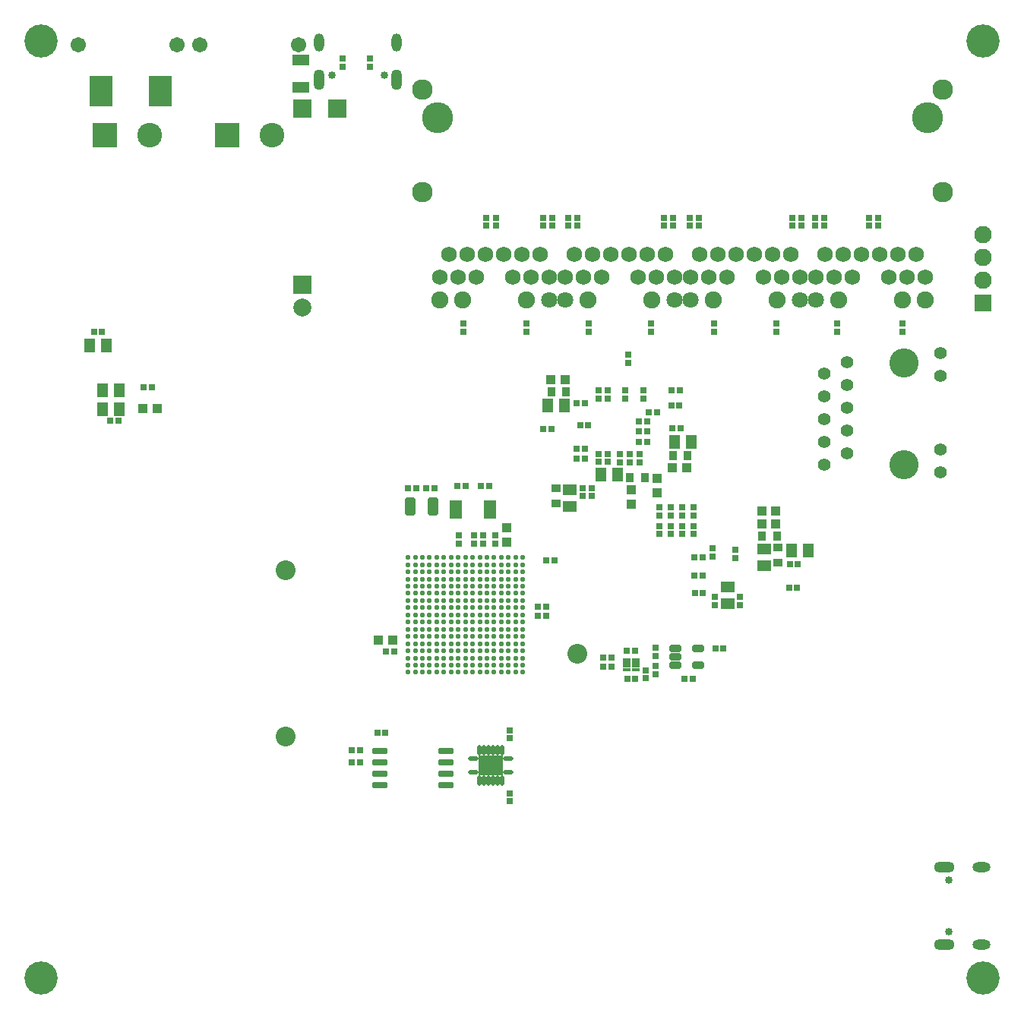
<source format=gbs>
G04*
G04 #@! TF.GenerationSoftware,Altium Limited,Altium Designer,21.6.4 (81)*
G04*
G04 Layer_Color=16711935*
%FSTAX24Y24*%
%MOIN*%
G70*
G04*
G04 #@! TF.SameCoordinates,CFC9D6D8-CD49-4BFF-A4EB-002DC6F40297*
G04*
G04*
G04 #@! TF.FilePolarity,Negative*
G04*
G01*
G75*
%ADD103R,0.0312X0.0312*%
%ADD107R,0.0395X0.0434*%
%ADD140R,0.0434X0.0395*%
%ADD157R,0.0611X0.0454*%
%ADD158R,0.1084X0.0887*%
G04:AMPARAMS|DCode=159|XSize=18.2mil|YSize=43.4mil|CornerRadius=5.3mil|HoleSize=0mil|Usage=FLASHONLY|Rotation=180.000|XOffset=0mil|YOffset=0mil|HoleType=Round|Shape=RoundedRectangle|*
%AMROUNDEDRECTD159*
21,1,0.0182,0.0329,0,0,180.0*
21,1,0.0077,0.0434,0,0,180.0*
1,1,0.0106,-0.0038,0.0164*
1,1,0.0106,0.0038,0.0164*
1,1,0.0106,0.0038,-0.0164*
1,1,0.0106,-0.0038,-0.0164*
%
%ADD159ROUNDEDRECTD159*%
G04:AMPARAMS|DCode=160|XSize=43.4mil|YSize=18.2mil|CornerRadius=5.3mil|HoleSize=0mil|Usage=FLASHONLY|Rotation=180.000|XOffset=0mil|YOffset=0mil|HoleType=Round|Shape=RoundedRectangle|*
%AMROUNDEDRECTD160*
21,1,0.0434,0.0077,0,0,180.0*
21,1,0.0329,0.0182,0,0,180.0*
1,1,0.0106,-0.0164,0.0038*
1,1,0.0106,0.0164,0.0038*
1,1,0.0106,0.0164,-0.0038*
1,1,0.0106,-0.0164,-0.0038*
%
%ADD160ROUNDEDRECTD160*%
%ADD161R,0.0312X0.0312*%
%ADD163R,0.0454X0.0611*%
%ADD164R,0.0749X0.0454*%
%ADD172R,0.0336X0.0395*%
%ADD174R,0.0395X0.0336*%
%ADD177C,0.0867*%
%ADD178O,0.0907X0.0493*%
%ADD179O,0.0789X0.0434*%
%ADD180C,0.0336*%
%ADD181C,0.1458*%
%ADD182C,0.0674*%
%ADD183R,0.1084X0.1084*%
%ADD184C,0.1084*%
%ADD185O,0.0493X0.0907*%
%ADD186O,0.0434X0.0789*%
%ADD187R,0.0789X0.0789*%
%ADD188C,0.0789*%
%ADD189C,0.0680*%
%ADD190C,0.0755*%
%ADD191C,0.0710*%
%ADD192C,0.0905*%
%ADD193C,0.1360*%
%ADD194C,0.0769*%
%ADD195R,0.0769X0.0769*%
%ADD196C,0.0550*%
%ADD197C,0.1280*%
%ADD254R,0.0543X0.0790*%
%ADD259C,0.0235*%
G04:AMPARAMS|DCode=260|XSize=76.9mil|YSize=45.4mil|CornerRadius=5mil|HoleSize=0mil|Usage=FLASHONLY|Rotation=90.000|XOffset=0mil|YOffset=0mil|HoleType=Round|Shape=RoundedRectangle|*
%AMROUNDEDRECTD260*
21,1,0.0769,0.0354,0,0,90.0*
21,1,0.0669,0.0454,0,0,90.0*
1,1,0.0099,0.0177,0.0335*
1,1,0.0099,0.0177,-0.0335*
1,1,0.0099,-0.0177,-0.0335*
1,1,0.0099,-0.0177,0.0335*
%
%ADD260ROUNDEDRECTD260*%
%ADD261R,0.1025X0.1379*%
%ADD262R,0.0847X0.0847*%
G04:AMPARAMS|DCode=263|XSize=27.6mil|YSize=65mil|CornerRadius=5.5mil|HoleSize=0mil|Usage=FLASHONLY|Rotation=90.000|XOffset=0mil|YOffset=0mil|HoleType=Round|Shape=RoundedRectangle|*
%AMROUNDEDRECTD263*
21,1,0.0276,0.0539,0,0,90.0*
21,1,0.0165,0.0650,0,0,90.0*
1,1,0.0110,0.0270,0.0083*
1,1,0.0110,0.0270,-0.0083*
1,1,0.0110,-0.0270,-0.0083*
1,1,0.0110,-0.0270,0.0083*
%
%ADD263ROUNDEDRECTD263*%
%ADD264R,0.0360X0.0155*%
%ADD265R,0.0383X0.0155*%
G04:AMPARAMS|DCode=266|XSize=31.6mil|YSize=51.3mil|CornerRadius=6.4mil|HoleSize=0mil|Usage=FLASHONLY|Rotation=270.000|XOffset=0mil|YOffset=0mil|HoleType=Round|Shape=RoundedRectangle|*
%AMROUNDEDRECTD266*
21,1,0.0316,0.0386,0,0,270.0*
21,1,0.0189,0.0513,0,0,270.0*
1,1,0.0127,-0.0193,-0.0094*
1,1,0.0127,-0.0193,0.0094*
1,1,0.0127,0.0193,0.0094*
1,1,0.0127,0.0193,-0.0094*
%
%ADD266ROUNDEDRECTD266*%
D103*
X016979Y035129D02*
D03*
X017333D02*
D03*
X016259Y039029D02*
D03*
X018793Y036609D02*
D03*
X027569Y020679D02*
D03*
X029046Y021429D02*
D03*
X04712Y027799D02*
D03*
X04297Y028349D02*
D03*
X042983Y027579D02*
D03*
X047143Y028849D02*
D03*
X04297Y029149D02*
D03*
X035973Y034781D02*
D03*
X041957Y036481D02*
D03*
X040183Y034211D02*
D03*
X040603Y035521D02*
D03*
X040186Y035101D02*
D03*
Y034681D02*
D03*
X037797Y033911D02*
D03*
X041954Y035821D02*
D03*
X0378Y035899D02*
D03*
X037943Y034949D02*
D03*
X042007Y034801D02*
D03*
X036473Y029009D02*
D03*
X036093Y026569D02*
D03*
X029069Y025009D02*
D03*
X036093Y026989D02*
D03*
X033239Y032269D02*
D03*
X032573Y032259D02*
D03*
X030846Y032189D02*
D03*
X030393Y032179D02*
D03*
X037797Y033481D02*
D03*
X038612Y024329D02*
D03*
X042169Y023809D02*
D03*
X018439Y036609D02*
D03*
X016613Y039029D02*
D03*
X042523Y023809D02*
D03*
X040016D02*
D03*
X039661D02*
D03*
X038966Y024329D02*
D03*
X039639Y025039D02*
D03*
X039993D02*
D03*
X038966Y024739D02*
D03*
X038612D02*
D03*
X043529Y025149D02*
D03*
X043883D02*
D03*
X037443Y033481D02*
D03*
X030039Y032179D02*
D03*
X0312Y032189D02*
D03*
X032219Y032259D02*
D03*
X033593Y032269D02*
D03*
X035739Y026989D02*
D03*
X029423Y025009D02*
D03*
X035739Y026569D02*
D03*
X036119Y029009D02*
D03*
X041653Y034801D02*
D03*
X037589Y034949D02*
D03*
X037446Y035899D02*
D03*
X0416Y035821D02*
D03*
X037443Y033911D02*
D03*
X04054Y034681D02*
D03*
Y035101D02*
D03*
X040957Y035521D02*
D03*
X040537Y034211D02*
D03*
X041603Y036481D02*
D03*
X036327Y034781D02*
D03*
X042616Y029149D02*
D03*
X046789Y028849D02*
D03*
X042629Y027579D02*
D03*
X042616Y028349D02*
D03*
X046766Y027799D02*
D03*
X027923Y020139D02*
D03*
X027569D02*
D03*
X028691Y021429D02*
D03*
X027923Y020679D02*
D03*
D107*
X046186Y031169D02*
D03*
X045556D02*
D03*
X018421Y035679D02*
D03*
X019051D02*
D03*
X028741Y025509D02*
D03*
X041641Y033079D02*
D03*
X036936Y036939D02*
D03*
X045556Y030599D02*
D03*
X046186D02*
D03*
X036306Y036939D02*
D03*
X042271Y033079D02*
D03*
X029371Y025509D02*
D03*
D140*
X034386Y030429D02*
D03*
X039826Y032109D02*
D03*
X040956Y031969D02*
D03*
Y032599D02*
D03*
X039826Y031479D02*
D03*
X034386Y029799D02*
D03*
D157*
X045666Y028775D02*
D03*
X044066Y027848D02*
D03*
X037146Y031375D02*
D03*
Y032103D02*
D03*
X044066Y02712D02*
D03*
X045666Y029503D02*
D03*
D158*
X033679Y020002D02*
D03*
D159*
X034171Y019339D02*
D03*
X033974D02*
D03*
X033777Y019339D02*
D03*
X033581Y019339D02*
D03*
X033384Y019339D02*
D03*
X033187D02*
D03*
X033187Y020666D02*
D03*
X033384Y020666D02*
D03*
X033581D02*
D03*
X033777Y020666D02*
D03*
X033974D02*
D03*
X034171D02*
D03*
D160*
X032917Y019707D02*
D03*
X032917Y020298D02*
D03*
X034441Y020298D02*
D03*
X034441Y019707D02*
D03*
D161*
X034496Y021202D02*
D03*
Y021556D02*
D03*
Y018789D02*
D03*
Y018435D02*
D03*
X040906Y025166D02*
D03*
Y024812D02*
D03*
X033336Y030096D02*
D03*
X033886D02*
D03*
X044616Y027403D02*
D03*
X043516D02*
D03*
X043416Y029172D02*
D03*
X044416Y029122D02*
D03*
X041082Y030159D02*
D03*
X041569D02*
D03*
X042556D02*
D03*
X042069D02*
D03*
X0402Y033678D02*
D03*
X038816Y036105D02*
D03*
X038406D02*
D03*
X03839Y033685D02*
D03*
X03977Y033678D02*
D03*
X040366Y036105D02*
D03*
X0397Y038028D02*
D03*
X0377Y031834D02*
D03*
X03881Y033685D02*
D03*
X03935Y033675D02*
D03*
X03812Y031837D02*
D03*
X039576Y036105D02*
D03*
X047316Y044046D02*
D03*
X046906D02*
D03*
X042816D02*
D03*
X042406D02*
D03*
X050266D02*
D03*
X050676D02*
D03*
X048316D02*
D03*
X047906D02*
D03*
X041676D02*
D03*
X041266D02*
D03*
X037466D02*
D03*
X037056D02*
D03*
X036366D02*
D03*
X035966D02*
D03*
X033476D02*
D03*
X033896D02*
D03*
X032266Y030096D02*
D03*
X028356Y051036D02*
D03*
X027176D02*
D03*
X040486Y023825D02*
D03*
Y024179D02*
D03*
X040906Y024366D02*
D03*
Y024012D02*
D03*
X032926Y030096D02*
D03*
Y029742D02*
D03*
X027176Y050682D02*
D03*
X028356D02*
D03*
X032266Y029742D02*
D03*
X032486Y039406D02*
D03*
Y039052D02*
D03*
X035236Y039406D02*
D03*
Y039052D02*
D03*
X033896Y043692D02*
D03*
X033476D02*
D03*
X035966D02*
D03*
X036366D02*
D03*
X037986Y039406D02*
D03*
Y039052D02*
D03*
X040706Y039406D02*
D03*
Y039052D02*
D03*
X037056Y043692D02*
D03*
X037466D02*
D03*
X041266D02*
D03*
X041676D02*
D03*
X051746Y039052D02*
D03*
Y039406D02*
D03*
X048886Y039406D02*
D03*
Y039052D02*
D03*
X047906Y043692D02*
D03*
X048316Y043692D02*
D03*
X050676D02*
D03*
X050266D02*
D03*
X046216Y039406D02*
D03*
Y039052D02*
D03*
X043456Y039406D02*
D03*
Y039052D02*
D03*
X042406Y043692D02*
D03*
X042816D02*
D03*
X046906D02*
D03*
X047316D02*
D03*
X039576Y036459D02*
D03*
X03812Y032191D02*
D03*
X03935Y033321D02*
D03*
X03881Y033331D02*
D03*
X0377Y032188D02*
D03*
X0397Y037674D02*
D03*
X040366Y036459D02*
D03*
X03977Y033324D02*
D03*
X03839Y033331D02*
D03*
X038406Y036459D02*
D03*
X038816D02*
D03*
X0402Y033324D02*
D03*
X042069Y030513D02*
D03*
Y030986D02*
D03*
Y031341D02*
D03*
X042556Y030986D02*
D03*
Y031341D02*
D03*
Y030513D02*
D03*
X041569D02*
D03*
X041082D02*
D03*
X041569Y030986D02*
D03*
Y031341D02*
D03*
X041082Y030986D02*
D03*
Y031341D02*
D03*
X044416Y029476D02*
D03*
X043416Y029526D02*
D03*
X043516Y027049D02*
D03*
X044616D02*
D03*
X033336Y029742D02*
D03*
X033886D02*
D03*
D163*
X04686Y029449D02*
D03*
X047588D02*
D03*
X042474Y034221D02*
D03*
X038506Y032761D02*
D03*
X036182Y035809D02*
D03*
X016646Y035639D02*
D03*
X017374D02*
D03*
X016642Y036489D02*
D03*
X01737D02*
D03*
X016067Y038439D02*
D03*
X016796D02*
D03*
X03691Y035809D02*
D03*
X039234Y032761D02*
D03*
X041746Y034221D02*
D03*
D164*
X025336Y05099D02*
D03*
Y049789D02*
D03*
D172*
X045586Y030069D02*
D03*
X046235D02*
D03*
X036336Y036419D02*
D03*
X036986Y036419D02*
D03*
X04043Y032641D02*
D03*
X03978D02*
D03*
X042315Y033611D02*
D03*
X041665D02*
D03*
D174*
X036536Y032174D02*
D03*
Y031524D02*
D03*
X046276Y029574D02*
D03*
Y028924D02*
D03*
D177*
X037466Y024919D02*
D03*
X024671Y028561D02*
D03*
Y021277D02*
D03*
D178*
X053558Y012143D02*
D03*
Y015544D02*
D03*
D179*
X055204Y012143D02*
D03*
Y015544D02*
D03*
D180*
X053755Y014981D02*
D03*
Y012706D02*
D03*
X028989Y050298D02*
D03*
X026714D02*
D03*
D181*
X055276Y010669D02*
D03*
X013937Y051811D02*
D03*
X055276D02*
D03*
X013937Y010669D02*
D03*
D182*
X015563Y051627D02*
D03*
X019894D02*
D03*
X025238D02*
D03*
X020908D02*
D03*
D183*
X016744Y04769D02*
D03*
X022089D02*
D03*
D184*
X018713D02*
D03*
X024057Y04769D02*
D03*
D185*
X029552Y050101D02*
D03*
X026151D02*
D03*
D186*
X029552Y051747D02*
D03*
X026151D02*
D03*
D187*
X025396Y041119D02*
D03*
D188*
Y040119D02*
D03*
D189*
X036246Y041438D02*
D03*
X035446D02*
D03*
X034646D02*
D03*
X033046D02*
D03*
X032246D02*
D03*
X031446D02*
D03*
X041746D02*
D03*
X040946D02*
D03*
X040146D02*
D03*
X038546D02*
D03*
X037746D02*
D03*
X036946D02*
D03*
X035846Y042438D02*
D03*
X035046D02*
D03*
X034246D02*
D03*
X033446D02*
D03*
X032646Y042438D02*
D03*
X031846Y042438D02*
D03*
X041346Y042438D02*
D03*
X040546Y042438D02*
D03*
X039746Y042438D02*
D03*
X038946Y042438D02*
D03*
X038146D02*
D03*
X037346D02*
D03*
X047246Y041438D02*
D03*
X046446D02*
D03*
X045646D02*
D03*
X044046D02*
D03*
X043246D02*
D03*
X042446D02*
D03*
X052746D02*
D03*
X051946D02*
D03*
X051146D02*
D03*
X049546D02*
D03*
X048746D02*
D03*
X047946D02*
D03*
X046846Y042438D02*
D03*
X046046D02*
D03*
X045246D02*
D03*
X044446Y042438D02*
D03*
X043646Y042438D02*
D03*
X042846Y042438D02*
D03*
X052346Y042438D02*
D03*
X051546Y042438D02*
D03*
X050746Y042438D02*
D03*
X049946D02*
D03*
X049146D02*
D03*
X048346D02*
D03*
D190*
X031446Y040438D02*
D03*
X032446Y040438D02*
D03*
X035246D02*
D03*
X040746Y040438D02*
D03*
X037946D02*
D03*
X043446D02*
D03*
X046246D02*
D03*
X051746Y040438D02*
D03*
X052746Y040438D02*
D03*
X048946Y040438D02*
D03*
D191*
X036246D02*
D03*
X041746D02*
D03*
X036946Y040438D02*
D03*
X042446Y040438D02*
D03*
X047246Y040438D02*
D03*
X047946Y040438D02*
D03*
D192*
X030671Y045188D02*
D03*
X053521D02*
D03*
Y049688D02*
D03*
X030671D02*
D03*
D193*
X052846Y048438D02*
D03*
X031346D02*
D03*
D194*
X055267Y042324D02*
D03*
Y041324D02*
D03*
Y043324D02*
D03*
D195*
Y040324D02*
D03*
D196*
X049303Y033694D02*
D03*
X048303Y034194D02*
D03*
X049303Y034694D02*
D03*
X048303Y035194D02*
D03*
X049303Y035694D02*
D03*
X048303Y036194D02*
D03*
X049303Y036694D02*
D03*
X048303Y037194D02*
D03*
X049303Y037694D02*
D03*
X053403Y032878D02*
D03*
X053403Y033878D02*
D03*
X053403Y037108D02*
D03*
Y038108D02*
D03*
X048303Y033194D02*
D03*
D197*
X051803Y033198D02*
D03*
Y03769D02*
D03*
D254*
X033626Y031229D02*
D03*
X032138D02*
D03*
D259*
X030041Y029134D02*
D03*
Y028819D02*
D03*
Y028504D02*
D03*
X030041Y028189D02*
D03*
X030041Y027874D02*
D03*
Y027559D02*
D03*
Y027244D02*
D03*
X030041Y026929D02*
D03*
X030041Y026614D02*
D03*
Y026299D02*
D03*
X030041Y025984D02*
D03*
X030041Y025669D02*
D03*
Y025354D02*
D03*
X030041Y025039D02*
D03*
Y024724D02*
D03*
X030041Y024409D02*
D03*
Y024094D02*
D03*
X030356Y029134D02*
D03*
Y028504D02*
D03*
Y028189D02*
D03*
Y027874D02*
D03*
Y027559D02*
D03*
Y027244D02*
D03*
Y026929D02*
D03*
Y026614D02*
D03*
Y026299D02*
D03*
Y025984D02*
D03*
Y025669D02*
D03*
Y025354D02*
D03*
X030356Y025039D02*
D03*
X030356Y024724D02*
D03*
X030356Y024094D02*
D03*
X030671Y029134D02*
D03*
Y028819D02*
D03*
X030671Y028504D02*
D03*
Y028189D02*
D03*
X030671Y027874D02*
D03*
Y027559D02*
D03*
X030671Y027244D02*
D03*
Y026929D02*
D03*
Y026614D02*
D03*
Y026299D02*
D03*
X030671Y025984D02*
D03*
Y025669D02*
D03*
Y025354D02*
D03*
Y025039D02*
D03*
X030671Y024724D02*
D03*
Y024409D02*
D03*
X030671Y024094D02*
D03*
X030986Y029134D02*
D03*
Y028819D02*
D03*
X030986Y028504D02*
D03*
Y027874D02*
D03*
Y027559D02*
D03*
X030986Y027244D02*
D03*
Y026929D02*
D03*
X030986Y026299D02*
D03*
Y025984D02*
D03*
Y025669D02*
D03*
Y025354D02*
D03*
X030986Y025039D02*
D03*
X030986Y024724D02*
D03*
X030986Y024409D02*
D03*
X030986Y024094D02*
D03*
X031301Y029134D02*
D03*
Y028819D02*
D03*
X031301Y028504D02*
D03*
Y028189D02*
D03*
X031301Y027874D02*
D03*
Y027559D02*
D03*
Y027244D02*
D03*
X031301Y026929D02*
D03*
X031301Y026614D02*
D03*
X031301Y026299D02*
D03*
X031301Y025984D02*
D03*
Y025669D02*
D03*
Y025039D02*
D03*
X031301Y024724D02*
D03*
Y024409D02*
D03*
X031301Y024094D02*
D03*
X031616Y029134D02*
D03*
Y028819D02*
D03*
X031616Y028504D02*
D03*
X031616Y028189D02*
D03*
Y027874D02*
D03*
Y027559D02*
D03*
Y027244D02*
D03*
X031616Y026929D02*
D03*
Y026614D02*
D03*
X031616Y026299D02*
D03*
X031616Y025984D02*
D03*
Y025669D02*
D03*
Y025354D02*
D03*
X031616Y025039D02*
D03*
Y024724D02*
D03*
Y024409D02*
D03*
Y024094D02*
D03*
X031931Y029134D02*
D03*
Y028819D02*
D03*
Y028504D02*
D03*
Y028189D02*
D03*
Y027874D02*
D03*
Y027559D02*
D03*
Y026929D02*
D03*
Y026614D02*
D03*
Y026299D02*
D03*
Y025669D02*
D03*
Y025354D02*
D03*
Y025039D02*
D03*
Y024724D02*
D03*
X031931Y024409D02*
D03*
X031931Y024094D02*
D03*
X032246Y029134D02*
D03*
X032246Y028819D02*
D03*
Y028504D02*
D03*
Y028189D02*
D03*
Y027874D02*
D03*
X032246Y027559D02*
D03*
Y027244D02*
D03*
X032246Y026929D02*
D03*
Y026614D02*
D03*
Y026299D02*
D03*
Y025984D02*
D03*
Y025669D02*
D03*
X032246Y025354D02*
D03*
X032246Y025039D02*
D03*
Y024724D02*
D03*
X032246Y024409D02*
D03*
Y024094D02*
D03*
X032561Y028819D02*
D03*
X032561Y028504D02*
D03*
X032561Y027244D02*
D03*
X032561Y026929D02*
D03*
Y026299D02*
D03*
X032561Y025984D02*
D03*
Y025669D02*
D03*
X032561Y025354D02*
D03*
X032561Y024724D02*
D03*
X032561Y024409D02*
D03*
X032561Y024094D02*
D03*
X032876Y029134D02*
D03*
Y028819D02*
D03*
X032876Y028504D02*
D03*
Y028189D02*
D03*
X032876Y027874D02*
D03*
Y027559D02*
D03*
X032876Y027244D02*
D03*
Y026929D02*
D03*
Y026614D02*
D03*
Y026299D02*
D03*
X032876Y025984D02*
D03*
Y025669D02*
D03*
Y025354D02*
D03*
Y025039D02*
D03*
X032876Y024724D02*
D03*
Y024409D02*
D03*
X032876Y024094D02*
D03*
X033191Y029134D02*
D03*
Y028819D02*
D03*
X033191Y028504D02*
D03*
X033191Y028189D02*
D03*
Y027874D02*
D03*
Y027559D02*
D03*
X033191Y026929D02*
D03*
X033191Y026614D02*
D03*
X033191Y026299D02*
D03*
X033191Y025669D02*
D03*
Y025354D02*
D03*
Y025039D02*
D03*
X033191Y024724D02*
D03*
X033191Y024409D02*
D03*
Y024094D02*
D03*
X033506Y029134D02*
D03*
Y028819D02*
D03*
X033506Y028504D02*
D03*
Y028189D02*
D03*
X033506Y027559D02*
D03*
Y027244D02*
D03*
X033506Y026929D02*
D03*
X033506Y026614D02*
D03*
X033506Y026299D02*
D03*
X033506Y025984D02*
D03*
Y025669D02*
D03*
Y025354D02*
D03*
Y025039D02*
D03*
X033506Y024724D02*
D03*
Y024409D02*
D03*
X033506Y024094D02*
D03*
X033821Y029134D02*
D03*
Y028819D02*
D03*
X033821Y028504D02*
D03*
X033821Y028189D02*
D03*
Y027874D02*
D03*
Y027559D02*
D03*
X033821Y026929D02*
D03*
Y026614D02*
D03*
X033821Y025984D02*
D03*
Y025669D02*
D03*
Y025354D02*
D03*
X033821Y025039D02*
D03*
Y024724D02*
D03*
Y024409D02*
D03*
Y024094D02*
D03*
X034136Y029134D02*
D03*
Y028819D02*
D03*
Y028504D02*
D03*
X034136Y027874D02*
D03*
Y027559D02*
D03*
Y027244D02*
D03*
X034136Y026929D02*
D03*
Y026614D02*
D03*
Y026299D02*
D03*
X034136Y025984D02*
D03*
X034136Y025669D02*
D03*
Y025354D02*
D03*
X034136Y024724D02*
D03*
X034136Y024409D02*
D03*
X034136Y024094D02*
D03*
X034451Y029134D02*
D03*
X034451Y028819D02*
D03*
Y028504D02*
D03*
Y028189D02*
D03*
Y027874D02*
D03*
X034451Y027559D02*
D03*
Y027244D02*
D03*
X034451Y026929D02*
D03*
Y026614D02*
D03*
Y026299D02*
D03*
Y025984D02*
D03*
Y025669D02*
D03*
X034451Y025354D02*
D03*
X034451Y025039D02*
D03*
Y024724D02*
D03*
X034451Y024409D02*
D03*
Y024094D02*
D03*
X034766Y029134D02*
D03*
Y028504D02*
D03*
Y028189D02*
D03*
Y027874D02*
D03*
Y027559D02*
D03*
Y026929D02*
D03*
Y026614D02*
D03*
Y025984D02*
D03*
Y025669D02*
D03*
Y025354D02*
D03*
Y025039D02*
D03*
Y024724D02*
D03*
Y024094D02*
D03*
X035081Y029134D02*
D03*
Y028819D02*
D03*
Y028504D02*
D03*
Y028189D02*
D03*
Y027874D02*
D03*
Y027559D02*
D03*
Y027244D02*
D03*
X035081Y026929D02*
D03*
Y026614D02*
D03*
X035081Y026299D02*
D03*
Y025984D02*
D03*
Y025669D02*
D03*
Y025354D02*
D03*
X035081Y025039D02*
D03*
Y024724D02*
D03*
X035081Y024409D02*
D03*
Y024094D02*
D03*
X034766Y024409D02*
D03*
Y026299D02*
D03*
Y027244D02*
D03*
Y028819D02*
D03*
X034136Y025039D02*
D03*
Y028189D02*
D03*
X033821Y026299D02*
D03*
X033821Y027244D02*
D03*
X033506Y027874D02*
D03*
X033191Y025984D02*
D03*
Y027244D02*
D03*
X032561Y025039D02*
D03*
Y026614D02*
D03*
X032561Y027559D02*
D03*
X032561Y027874D02*
D03*
X032561Y028189D02*
D03*
Y029134D02*
D03*
X031931Y025984D02*
D03*
Y027244D02*
D03*
X031301Y025354D02*
D03*
X030986Y026614D02*
D03*
Y028189D02*
D03*
X030356Y024409D02*
D03*
X030356Y028819D02*
D03*
D260*
X031148Y031379D02*
D03*
X030144D02*
D03*
D261*
X016567Y049609D02*
D03*
X019165D02*
D03*
D262*
X025398Y048839D02*
D03*
X026934D02*
D03*
D263*
X031695Y020657D02*
D03*
X031695Y020157D02*
D03*
X031695Y019657D02*
D03*
X028821Y020657D02*
D03*
Y020157D02*
D03*
Y019657D02*
D03*
Y019157D02*
D03*
X031695D02*
D03*
D264*
X039636Y024359D02*
D03*
X039636Y024497D02*
D03*
X039636Y024635D02*
D03*
X040026D02*
D03*
Y024497D02*
D03*
Y024359D02*
D03*
Y024221D02*
D03*
D265*
X039648Y024221D02*
D03*
D266*
X041756Y024402D02*
D03*
Y024776D02*
D03*
X042779Y02515D02*
D03*
X042779Y024402D02*
D03*
X041756Y02515D02*
D03*
M02*

</source>
